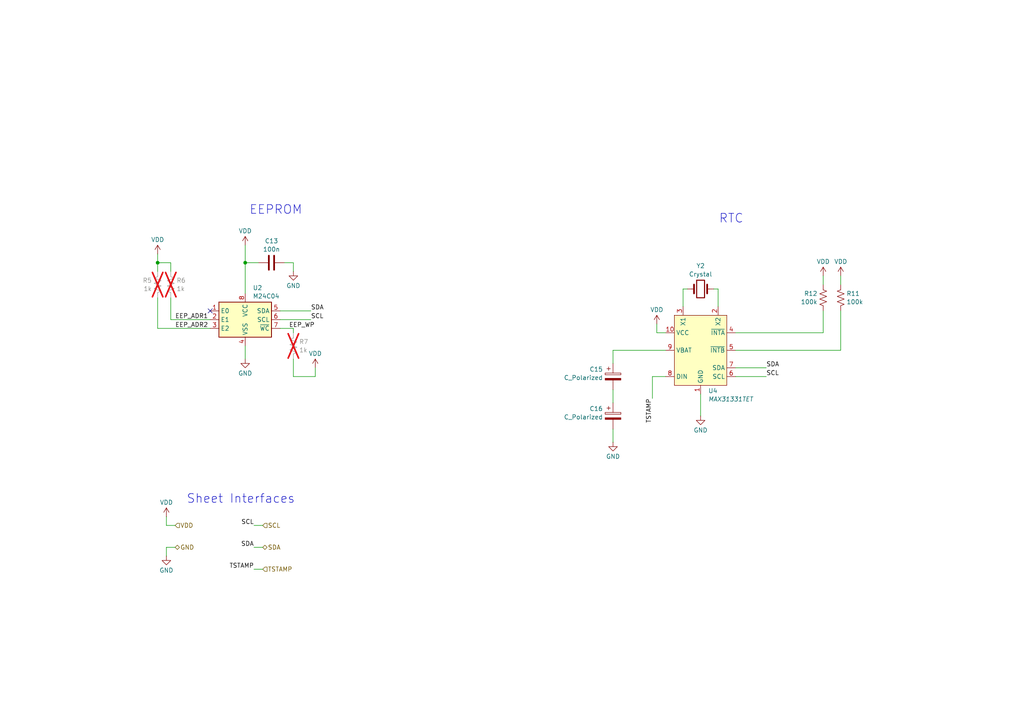
<source format=kicad_sch>
(kicad_sch (version 20231120) (generator "eeschema") (generator_version "8.0")
  (paper "A4")
  (lib_symbols
    (symbol "Device:C" (pin_numbers hide) (pin_names (offset 0.254))
      (property "Reference" "C" (at 0.635 2.54 0))
      (property "Value" "C" (at 0.635 -2.54 0))
      (symbol "C_0_1"
        (polyline (pts (xy -2.032 -0.762) (xy 2.032 -0.762)) (stroke (width 0.508)))
        (polyline (pts (xy -2.032 0.762) (xy 2.032 0.762)) (stroke (width 0.508)))
      )
      (symbol "C_1_1"
        (pin passive line (at 0 3.81 270) (length 2.794) (name "~") (number "1"))
        (pin passive line (at 0 -3.81 90) (length 2.794) (name "~") (number "2"))
      )
    )
    (symbol "Device:C_Polarized" (pin_numbers hide) (pin_names (offset 0.254))
      (property "Reference" "C" (at 0.635 2.54 0))
      (property "Value" "C_Polarized" (at 0.635 -2.54 0))
      (symbol "C_Polarized_0_1"
        (rectangle (start -2.286 0.508) (end 2.286 1.016))
        (polyline (pts (xy -1.778 2.286) (xy -0.762 2.286)))
        (polyline (pts (xy -1.27 2.794) (xy -1.27 1.778)))
        (rectangle (start 2.286 -0.508) (end -2.286 -1.016) (fill (type outline)))
      )
      (symbol "C_Polarized_1_1"
        (pin passive line (at 0 3.81 270) (length 2.794) (name "~") (number "1"))
        (pin passive line (at 0 -3.81 90) (length 2.794) (name "~") (number "2"))
      )
    )
    (symbol "Device:Crystal" (pin_numbers hide) (pin_names (offset 1.016) hide)
      (property "Reference" "Y" (at 0 3.81 0))
      (property "Value" "Crystal" (at 0 -3.81 0))
      (symbol "Crystal_0_1"
        (rectangle (start -1.143 2.54) (end 1.143 -2.54) (stroke (width 0.3048)))
        (polyline (pts (xy -2.54 0) (xy -1.905 0)))
        (polyline (pts (xy -1.905 -1.27) (xy -1.905 1.27)) (stroke (width 0.508)))
        (polyline (pts (xy 1.905 -1.27) (xy 1.905 1.27)) (stroke (width 0.508)))
        (polyline (pts (xy 2.54 0) (xy 1.905 0)))
      )
      (symbol "Crystal_1_1"
        (pin passive line (at -3.81 0 0) (length 1.27) (name "1") (number "1"))
        (pin passive line (at 3.81 0 180) (length 1.27) (name "2") (number "2"))
      )
    )
    (symbol "Device:R_US" (pin_numbers hide) (pin_names (offset 0))
      (property "Reference" "R" (at 2.54 0 90))
      (property "Value" "R_US" (at -2.54 0 90))
      (symbol "R_US_0_1"
        (polyline (pts (xy 0 -2.286) (xy 0 -2.54)))
        (polyline (pts (xy 0 2.286) (xy 0 2.54)))
        (polyline (pts (xy 0 -0.762) (xy 1.016 -1.143) (xy 0 -1.524) (xy -1.016 -1.905) (xy 0 -2.286)))
        (polyline (pts (xy 0 0.762) (xy 1.016 0.381) (xy 0 0) (xy -1.016 -0.381) (xy 0 -0.762)))
        (polyline (pts (xy 0 2.286) (xy 1.016 1.905) (xy 0 1.524) (xy -1.016 1.143) (xy 0 0.762)))
      )
      (symbol "R_US_1_1"
        (pin passive line (at 0 3.81 270) (length 1.27) (name "~") (number "1"))
        (pin passive line (at 0 -3.81 90) (length 1.27) (name "~") (number "2"))
      )
    )
    (symbol "HPB_symbols:MAX31331"
      (property "Reference" "U" (at 5.334 -11.684 0))
      (property "Value" "MAX31331TET" (at 0 -3.048 0))
      (symbol "MAX31331_1_1"
        (rectangle (start -7.62 10.16) (end 7.62 -10.16) (fill (type background)))
        (pin bidirectional line (at 0 -12.7 90) (length 2.54) (name "GND") (number "1"))
        (pin power_in line (at -10.16 5.08 0) (length 2.54) (name "VCC") (number "10"))
        (pin bidirectional line (at 5.08 12.7 270) (length 2.54) (name "X2") (number "2"))
        (pin bidirectional line (at -5.08 12.7 270) (length 2.54) (name "X1") (number "3"))
        (pin open_collector line (at 10.16 5.08 180) (length 2.54) (name "~{INTA}") (number "4"))
        (pin open_collector line (at 10.16 0 180) (length 2.54) (name "~{INTB}") (number "5"))
        (pin input line (at 10.16 -7.62 180) (length 2.54) (name "SCL") (number "6"))
        (pin open_collector line (at 10.16 -5.08 180) (length 2.54) (name "SDA") (number "7"))
        (pin input line (at -10.16 -7.62 0) (length 2.54) (name "DIN") (number "8"))
        (pin bidirectional line (at -10.16 0 0) (length 2.54) (name "VBAT") (number "9"))
      )
    )
    (symbol "Memory_EEPROM:M24C02-WMN"
      (property "Reference" "U" (at -6.35 6.35 0))
      (property "Value" "M24C02-WMN" (at 7.62 6.35 0))
      (symbol "M24C02-WMN_0_1"
        (rectangle (start -7.62 5.08) (end 7.62 -5.08) (stroke (width 0.254)) (fill (type background)))
      )
      (symbol "M24C02-WMN_1_1"
        (pin input line (at -10.16 2.54 0) (length 2.54) (name "E0") (number "1"))
        (pin input line (at -10.16 0 0) (length 2.54) (name "E1") (number "2"))
        (pin input line (at -10.16 -2.54 0) (length 2.54) (name "E2") (number "3"))
        (pin power_in line (at 0 -7.62 90) (length 2.54) (name "VSS") (number "4"))
        (pin bidirectional line (at 10.16 2.54 180) (length 2.54) (name "SDA") (number "5"))
        (pin input line (at 10.16 0 180) (length 2.54) (name "SCL") (number "6"))
        (pin input line (at 10.16 -2.54 180) (length 2.54) (name "~{WC}") (number "7"))
        (pin power_in line (at 0 7.62 270) (length 2.54) (name "VCC") (number "8"))
      )
    )
    (symbol "power:GND" (power) (pin_numbers hide) (pin_names (offset 0) hide)
      (property "Value" "GND" (at 0 -3.81 0))
      (symbol "GND_0_1"
        (polyline (pts (xy 0 0) (xy 0 -1.27) (xy 1.27 -1.27) (xy 0 -2.54) (xy -1.27 -1.27) (xy 0 -1.27)))
      )
      (symbol "GND_1_1"
        (pin power_in line (at 0 0 270) (length 0) (name "~") (number "1"))
      )
    )
    (symbol "power:VDD" (power) (pin_numbers hide) (pin_names (offset 0) hide)
      (property "Value" "VDD" (at 0 3.556 0))
      (symbol "VDD_0_1"
        (polyline (pts (xy -0.762 1.27) (xy 0 2.54)))
        (polyline (pts (xy 0 0) (xy 0 2.54)))
        (polyline (pts (xy 0 2.54) (xy 0.762 1.27)))
      )
      (symbol "VDD_1_1"
        (pin power_in line (at 0 0 90) (length 0) (name "~") (number "1"))
      )
    )
  )
  (junction (at 45.72 76.2))
  (junction (at 71.12 76.2))
  (no_connect (at 60.96 90.17))
  (wire (pts (xy 73.66 152.4) (xy 76.2 152.4)))
  (wire (pts (xy 243.84 90.17) (xy 243.84 101.6)))
  (wire (pts (xy 49.53 76.2) (xy 49.53 78.74)))
  (wire (pts (xy 48.26 158.75) (xy 50.8 158.75)))
  (wire (pts (xy 190.5 96.52) (xy 193.04 96.52)))
  (wire (pts (xy 45.72 76.2) (xy 49.53 76.2)))
  (wire (pts (xy 177.8 101.6) (xy 193.04 101.6)))
  (wire (pts (xy 243.84 101.6) (xy 213.36 101.6)))
  (wire (pts (xy 177.8 105.41) (xy 177.8 101.6)))
  (wire (pts (xy 91.44 106.68) (xy 91.44 109.22)))
  (wire (pts (xy 45.72 95.25) (xy 45.72 86.36)))
  (wire (pts (xy 207.01 83.82) (xy 208.28 83.82)))
  (wire (pts (xy 48.26 161.29) (xy 48.26 158.75)))
  (wire (pts (xy 85.09 78.74) (xy 85.09 76.2)))
  (wire (pts (xy 85.09 109.22) (xy 85.09 104.14)))
  (wire (pts (xy 81.28 92.71) (xy 90.17 92.71)))
  (wire (pts (xy 49.53 86.36) (xy 49.53 92.71)))
  (wire (pts (xy 198.12 83.82) (xy 198.12 88.9)))
  (wire (pts (xy 177.8 113.03) (xy 177.8 116.84)))
  (wire (pts (xy 177.8 124.46) (xy 177.8 128.27)))
  (wire (pts (xy 71.12 100.33) (xy 71.12 104.14)))
  (wire (pts (xy 238.76 80.01) (xy 238.76 82.55)))
  (wire (pts (xy 213.36 109.22) (xy 222.25 109.22)))
  (wire (pts (xy 82.55 76.2) (xy 85.09 76.2)))
  (wire (pts (xy 49.53 92.71) (xy 60.96 92.71)))
  (wire (pts (xy 189.23 109.22) (xy 189.23 115.57)))
  (wire (pts (xy 45.72 95.25) (xy 60.96 95.25)))
  (wire (pts (xy 48.26 149.86) (xy 48.26 152.4)))
  (wire (pts (xy 81.28 90.17) (xy 90.17 90.17)))
  (wire (pts (xy 45.72 73.66) (xy 45.72 76.2)))
  (wire (pts (xy 91.44 109.22) (xy 85.09 109.22)))
  (wire (pts (xy 73.66 165.1) (xy 76.2 165.1)))
  (wire (pts (xy 190.5 93.98) (xy 190.5 96.52)))
  (wire (pts (xy 45.72 76.2) (xy 45.72 78.74)))
  (wire (pts (xy 193.04 109.22) (xy 189.23 109.22)))
  (wire (pts (xy 213.36 106.68) (xy 222.25 106.68)))
  (wire (pts (xy 71.12 71.12) (xy 71.12 76.2)))
  (wire (pts (xy 48.26 152.4) (xy 50.8 152.4)))
  (wire (pts (xy 199.39 83.82) (xy 198.12 83.82)))
  (wire (pts (xy 238.76 96.52) (xy 238.76 90.17)))
  (wire (pts (xy 213.36 96.52) (xy 238.76 96.52)))
  (wire (pts (xy 203.2 114.3) (xy 203.2 120.65)))
  (wire (pts (xy 243.84 80.01) (xy 243.84 82.55)))
  (wire (pts (xy 208.28 83.82) (xy 208.28 88.9)))
  (wire (pts (xy 85.09 95.25) (xy 85.09 96.52)))
  (wire (pts (xy 71.12 76.2) (xy 71.12 85.09)))
  (wire (pts (xy 81.28 95.25) (xy 85.09 95.25)))
  (wire (pts (xy 71.12 76.2) (xy 74.93 76.2)))
  (wire (pts (xy 73.66 158.75) (xy 76.2 158.75)))
  (text "RTC" (at 212.09 63.5 0) (effects (font (size 2.54 2.54))))
  (text "Sheet Interfaces" (at 69.85 144.78 0) (effects (font (size 2.54 2.54))))
  (text "EEPROM" (at 80.01 60.96 0) (effects (font (size 2.54 2.54))))
  (label "TSTAMP" (at 189.23 115.57 270))
  (label "TSTAMP" (at 73.66 165.1 180))
  (label "SCL" (at 222.25 109.22 0))
  (label "SDA" (at 222.25 106.68 0))
  (label "SDA" (at 73.66 158.75 180))
  (label "SDA" (at 90.17 90.17 0))
  (label "EEP_ADR2" (at 50.8 95.25 0))
  (label "EEP_WP" (at 83.82 95.25 0))
  (label "SCL" (at 73.66 152.4 180))
  (label "EEP_ADR1" (at 50.8 92.71 0))
  (label "SCL" (at 90.17 92.71 0))
  (hierarchical_label "TSTAMP" (shape input) (at 76.2 165.1 0))
  (hierarchical_label "SCL" (shape input) (at 76.2 152.4 0))
  (hierarchical_label "SDA" (shape bidirectional) (at 76.2 158.75 0))
  (hierarchical_label "GND" (shape bidirectional) (at 50.8 158.75 0))
  (hierarchical_label "VDD" (shape input) (at 50.8 152.4 0))
  (symbol (lib_id "Device:C_Polarized") (at 177.8 120.65 0) (unit 1)
    (property "Reference" "C16" (at 174.879 118.5488 0) (effects (justify right)))
    (property "Value" "C_Polarized" (at 174.879 120.9731 0) (effects (justify right)))
    (property "Description" "Polarized capacitor" (effects (hide yes)))
  )
  (symbol (lib_id "Memory_EEPROM:M24C02-WMN") (at 71.12 92.71 0) (unit 1)
    (property "Reference" "U2" (at 73.3141 83.4855 0) (effects (justify left)))
    (property "Value" "M24C04" (at 73.3141 85.9098 0) (effects (justify left)))
    (property "Footprint" "Package_SO:SOIC-8_3.9x4.9mm_P1.27mm" (effects (hide yes)))
    (property "Description" "4Kb (512x8) I2C Serial EEPROM, 2.5-5.5V, SOIC-8" (effects (hide yes)))
    (property "MfrNum" "STMicro_M24C04-A125" (effects (hide yes)))
  )
  (symbol (lib_id "power:GND") (at 71.12 104.14 0) (unit 1)
    (property "Reference" "#PWR016" (effects (hide yes)))
    (property "Value" "GND" (at 71.12 108.2731 0))
    (property "Description" "Power symbol creates a global label with name \"GND\" , ground" (effects (hide yes)))
  )
  (symbol (lib_id "power:VDD") (at 238.76 80.01 0) (mirror y) (unit 1)
    (property "Reference" "#PWR031" (effects (hide yes)))
    (property "Value" "VDD" (at 238.76 75.8769 0))
    (property "Description" "Power symbol creates a global label with name \"VDD\"" (effects (hide yes)))
  )
  (symbol (lib_id "power:VDD") (at 45.72 73.66 0) (unit 1)
    (property "Reference" "#PWR014" (effects (hide yes)))
    (property "Value" "VDD" (at 45.72 69.5269 0))
    (property "Description" "Power symbol creates a global label with name \"VDD\"" (effects (hide yes)))
  )
  (symbol (lib_id "power:VDD") (at 48.26 149.86 0) (unit 1)
    (property "Reference" "#PWR027" (effects (hide yes)))
    (property "Value" "VDD" (at 48.26 145.7269 0))
    (property "Description" "Power symbol creates a global label with name \"VDD\"" (effects (hide yes)))
  )
  (symbol (lib_id "power:VDD") (at 190.5 93.98 0) (unit 1)
    (property "Reference" "#PWR029" (effects (hide yes)))
    (property "Value" "VDD" (at 190.5 89.8469 0))
    (property "Description" "Power symbol creates a global label with name \"VDD\"" (effects (hide yes)))
  )
  (symbol (lib_id "Device:R_US") (at 243.84 86.36 0) (mirror x) (unit 1)
    (property "Reference" "R11" (at 245.491 85.1478 0) (effects (justify left)))
    (property "Value" "100k" (at 245.491 87.5721 0) (effects (justify left)))
    (property "Footprint" "Resistor_SMD:R_0402_1005Metric_Pad0.72x0.64mm_HandSolder" (effects (hide yes)))
    (property "Description" "Resistor, US symbol" (effects (hide yes)))
    (property "MfrNum" "generic" (effects (hide yes)))
  )
  (symbol (lib_id "power:VDD") (at 91.44 106.68 0) (unit 1)
    (property "Reference" "#PWR018" (effects (hide yes)))
    (property "Value" "VDD" (at 91.44 102.5469 0))
    (property "Description" "Power symbol creates a global label with name \"VDD\"" (effects (hide yes)))
  )
  (symbol (lib_id "power:GND") (at 177.8 128.27 0) (unit 1)
    (property "Reference" "#PWR032" (effects (hide yes)))
    (property "Value" "GND" (at 177.8 132.4031 0))
    (property "Description" "Power symbol creates a global label with name \"GND\" , ground" (effects (hide yes)))
  )
  (symbol (lib_id "Device:Crystal") (at 203.2 83.82 0) (unit 1)
    (property "Reference" "Y2" (at 203.2 77.1101 0))
    (property "Value" "Crystal" (at 203.2 79.5344 0))
    (property "Description" "Two pin crystal" (effects (hide yes)))
  )
  (symbol (lib_id "Device:R_US") (at 238.76 86.36 180) (unit 1)
    (property "Reference" "R12" (at 237.109 85.1478 0) (effects (justify left)))
    (property "Value" "100k" (at 237.109 87.5721 0) (effects (justify left)))
    (property "Footprint" "Resistor_SMD:R_0402_1005Metric_Pad0.72x0.64mm_HandSolder" (effects (hide yes)))
    (property "Description" "Resistor, US symbol" (effects (hide yes)))
    (property "MfrNum" "generic" (effects (hide yes)))
  )
  (symbol (lib_id "power:GND") (at 48.26 161.29 0) (unit 1)
    (property "Reference" "#PWR026" (effects (hide yes)))
    (property "Value" "GND" (at 48.26 165.4231 0))
    (property "Description" "Power symbol creates a global label with name \"GND\" , ground" (effects (hide yes)))
  )
  (symbol (lib_id "power:VDD") (at 243.84 80.01 0) (unit 1)
    (property "Reference" "#PWR030" (effects (hide yes)))
    (property "Value" "VDD" (at 243.84 75.8769 0))
    (property "Description" "Power symbol creates a global label with name \"VDD\"" (effects (hide yes)))
  )
  (symbol (lib_id "Device:C_Polarized") (at 177.8 109.22 0) (unit 1)
    (property "Reference" "C15" (at 174.879 107.1188 0) (effects (justify right)))
    (property "Value" "C_Polarized" (at 174.879 109.5431 0) (effects (justify right)))
    (property "Description" "Polarized capacitor" (effects (hide yes)))
  )
  (symbol (lib_id "Device:R_US") (at 45.72 82.55 0) (mirror x) (unit 1) (dnp yes)
    (property "Reference" "R5" (at 44.0691 81.3378 0) (effects (justify right)))
    (property "Value" "1k" (at 44.0691 83.7621 0) (effects (justify right)))
    (property "Footprint" "Resistor_SMD:R_0402_1005Metric_Pad0.72x0.64mm_HandSolder" (effects (hide yes)))
    (property "Description" "Resistor, US symbol" (effects (hide yes)))
    (property "MfrNum" "generic" (effects (hide yes)))
  )
  (symbol (lib_id "power:VDD") (at 71.12 71.12 0) (unit 1)
    (property "Reference" "#PWR015" (effects (hide yes)))
    (property "Value" "VDD" (at 71.12 66.9869 0))
    (property "Description" "Power symbol creates a global label with name \"VDD\"" (effects (hide yes)))
  )
  (symbol (lib_id "power:GND") (at 203.2 120.65 0) (unit 1)
    (property "Reference" "#PWR028" (effects (hide yes)))
    (property "Value" "GND" (at 203.2 124.7831 0))
    (property "Description" "Power symbol creates a global label with name \"GND\" , ground" (effects (hide yes)))
  )
  (symbol (lib_id "Device:C") (at 78.74 76.2 90) (unit 1)
    (property "Reference" "C13" (at 78.74 69.8965 90))
    (property "Value" "100n" (at 78.74 72.3208 90))
    (property "Footprint" "Capacitor_SMD:C_0402_1005Metric_Pad0.74x0.62mm_HandSolder" (effects (hide yes)))
    (property "Description" "Unpolarized capacitor" (effects (hide yes)))
    (property "MfrNum" "generic" (effects (hide yes)))
    (property "VRating" "16V" (effects (hide yes)))
    (property "Size" "0402" (effects (hide yes)))
  )
  (symbol (lib_id "power:GND") (at 85.09 78.74 0) (unit 1)
    (property "Reference" "#PWR017" (effects (hide yes)))
    (property "Value" "GND" (at 85.09 82.8731 0))
    (property "Description" "Power symbol creates a global label with name \"GND\" , ground" (effects (hide yes)))
  )
  (symbol (lib_id "Device:R_US") (at 85.09 100.33 0) (mirror x) (unit 1) (dnp yes)
    (property "Reference" "R7" (at 86.741 99.1178 0) (effects (justify left)))
    (property "Value" "1k" (at 86.741 101.5421 0) (effects (justify left)))
    (property "Footprint" "Resistor_SMD:R_0402_1005Metric_Pad0.72x0.64mm_HandSolder" (effects (hide yes)))
    (property "Description" "Resistor, US symbol" (effects (hide yes)))
    (property "MfrNum" "generic" (effects (hide yes)))
  )
  (symbol (lib_id "HPB_symbols:MAX31331") (at 203.2 101.6 0) (unit 1)
    (property "Reference" "U4" (at 205.3941 113.3531 0) (effects (justify left)))
    (property "Value" "MAX31331TET" (at 205.3941 115.7774 0) (effects (font (italic yes)) (justify left)))
    (property "Footprint" "Package_DFN_QFN:DFN-10-1EP_3x3mm_P0.5mm_EP1.55x2.48mm" (effects (hide yes)))
  )
  (symbol (lib_id "Device:R_US") (at 49.53 82.55 180) (unit 1) (dnp yes)
    (property "Reference" "R6" (at 51.181 81.3378 0) (effects (justify right)))
    (property "Value" "1k" (at 51.181 83.7621 0) (effects (justify right)))
    (property "Footprint" "Resistor_SMD:R_0402_1005Metric_Pad0.72x0.64mm_HandSolder" (effects (hide yes)))
    (property "Description" "Resistor, US symbol" (effects (hide yes)))
    (property "MfrNum" "generic" (effects (hide yes)))
  )
)
</source>
